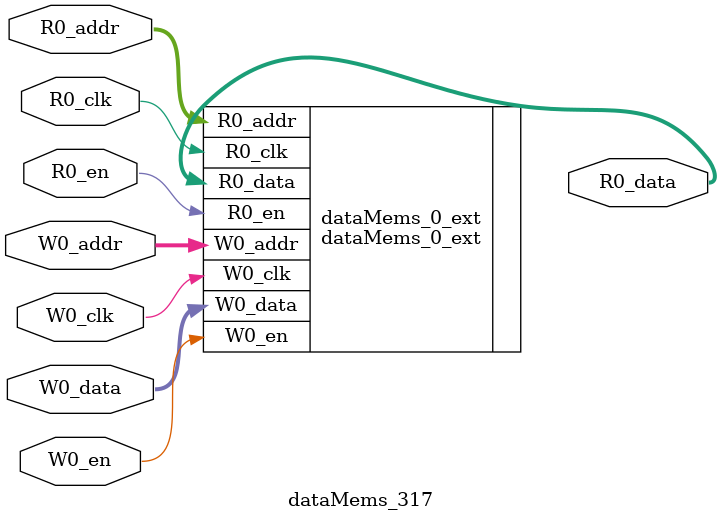
<source format=sv>
`ifndef RANDOMIZE
  `ifdef RANDOMIZE_REG_INIT
    `define RANDOMIZE
  `endif // RANDOMIZE_REG_INIT
`endif // not def RANDOMIZE
`ifndef RANDOMIZE
  `ifdef RANDOMIZE_MEM_INIT
    `define RANDOMIZE
  `endif // RANDOMIZE_MEM_INIT
`endif // not def RANDOMIZE

`ifndef RANDOM
  `define RANDOM $random
`endif // not def RANDOM

// Users can define 'PRINTF_COND' to add an extra gate to prints.
`ifndef PRINTF_COND_
  `ifdef PRINTF_COND
    `define PRINTF_COND_ (`PRINTF_COND)
  `else  // PRINTF_COND
    `define PRINTF_COND_ 1
  `endif // PRINTF_COND
`endif // not def PRINTF_COND_

// Users can define 'ASSERT_VERBOSE_COND' to add an extra gate to assert error printing.
`ifndef ASSERT_VERBOSE_COND_
  `ifdef ASSERT_VERBOSE_COND
    `define ASSERT_VERBOSE_COND_ (`ASSERT_VERBOSE_COND)
  `else  // ASSERT_VERBOSE_COND
    `define ASSERT_VERBOSE_COND_ 1
  `endif // ASSERT_VERBOSE_COND
`endif // not def ASSERT_VERBOSE_COND_

// Users can define 'STOP_COND' to add an extra gate to stop conditions.
`ifndef STOP_COND_
  `ifdef STOP_COND
    `define STOP_COND_ (`STOP_COND)
  `else  // STOP_COND
    `define STOP_COND_ 1
  `endif // STOP_COND
`endif // not def STOP_COND_

// Users can define INIT_RANDOM as general code that gets injected into the
// initializer block for modules with registers.
`ifndef INIT_RANDOM
  `define INIT_RANDOM
`endif // not def INIT_RANDOM

// If using random initialization, you can also define RANDOMIZE_DELAY to
// customize the delay used, otherwise 0.002 is used.
`ifndef RANDOMIZE_DELAY
  `define RANDOMIZE_DELAY 0.002
`endif // not def RANDOMIZE_DELAY

// Define INIT_RANDOM_PROLOG_ for use in our modules below.
`ifndef INIT_RANDOM_PROLOG_
  `ifdef RANDOMIZE
    `ifdef VERILATOR
      `define INIT_RANDOM_PROLOG_ `INIT_RANDOM
    `else  // VERILATOR
      `define INIT_RANDOM_PROLOG_ `INIT_RANDOM #`RANDOMIZE_DELAY begin end
    `endif // VERILATOR
  `else  // RANDOMIZE
    `define INIT_RANDOM_PROLOG_
  `endif // RANDOMIZE
`endif // not def INIT_RANDOM_PROLOG_

// Include register initializers in init blocks unless synthesis is set
`ifndef SYNTHESIS
  `ifndef ENABLE_INITIAL_REG_
    `define ENABLE_INITIAL_REG_
  `endif // not def ENABLE_INITIAL_REG_
`endif // not def SYNTHESIS

// Include rmemory initializers in init blocks unless synthesis is set
`ifndef SYNTHESIS
  `ifndef ENABLE_INITIAL_MEM_
    `define ENABLE_INITIAL_MEM_
  `endif // not def ENABLE_INITIAL_MEM_
`endif // not def SYNTHESIS

module dataMems_317(	// @[generators/ara/src/main/scala/UnsafeAXI4ToTL.scala:365:62]
  input  [4:0]  R0_addr,
  input         R0_en,
  input         R0_clk,
  output [66:0] R0_data,
  input  [4:0]  W0_addr,
  input         W0_en,
  input         W0_clk,
  input  [66:0] W0_data
);

  dataMems_0_ext dataMems_0_ext (	// @[generators/ara/src/main/scala/UnsafeAXI4ToTL.scala:365:62]
    .R0_addr (R0_addr),
    .R0_en   (R0_en),
    .R0_clk  (R0_clk),
    .R0_data (R0_data),
    .W0_addr (W0_addr),
    .W0_en   (W0_en),
    .W0_clk  (W0_clk),
    .W0_data (W0_data)
  );
endmodule


</source>
